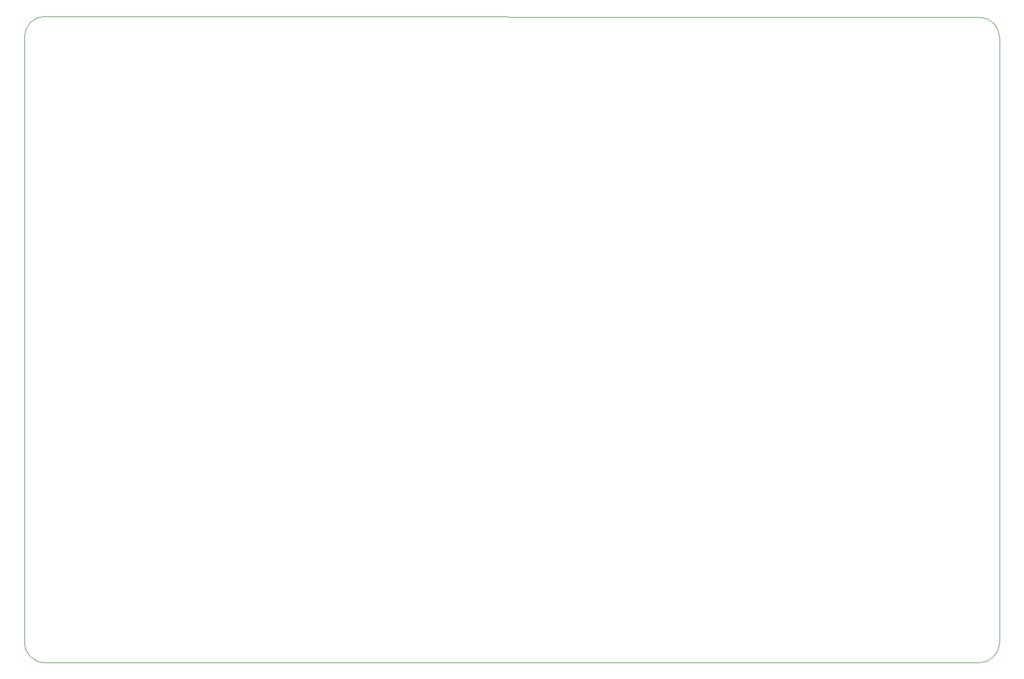
<source format=gbr>
G04*
G04 #@! TF.GenerationSoftware,Altium Limited,Altium Designer,22.4.2 (48)*
G04*
G04 Layer_Color=0*
%FSLAX25Y25*%
%MOIN*%
G70*
G04*
G04 #@! TF.SameCoordinates,D9C1796D-00DA-4533-86C4-8477C41658A7*
G04*
G04*
G04 #@! TF.FilePolarity,Positive*
G04*
G01*
G75*
%ADD130C,0.00100*%
D130*
X101000Y132000D02*
X101000Y487500D01*
D02*
G02*
X113000Y499500I12000J-0D01*
G01*
X113000Y499550D01*
X661000Y499000D01*
D02*
G02*
X673000Y487000I0J-12000D01*
G01*
X673000Y132000D01*
D02*
G02*
X661000Y120000I-12000J0D01*
G01*
X113500Y120010D01*
D02*
G02*
X101000Y132000I-500J11990D01*
G01*
M02*

</source>
